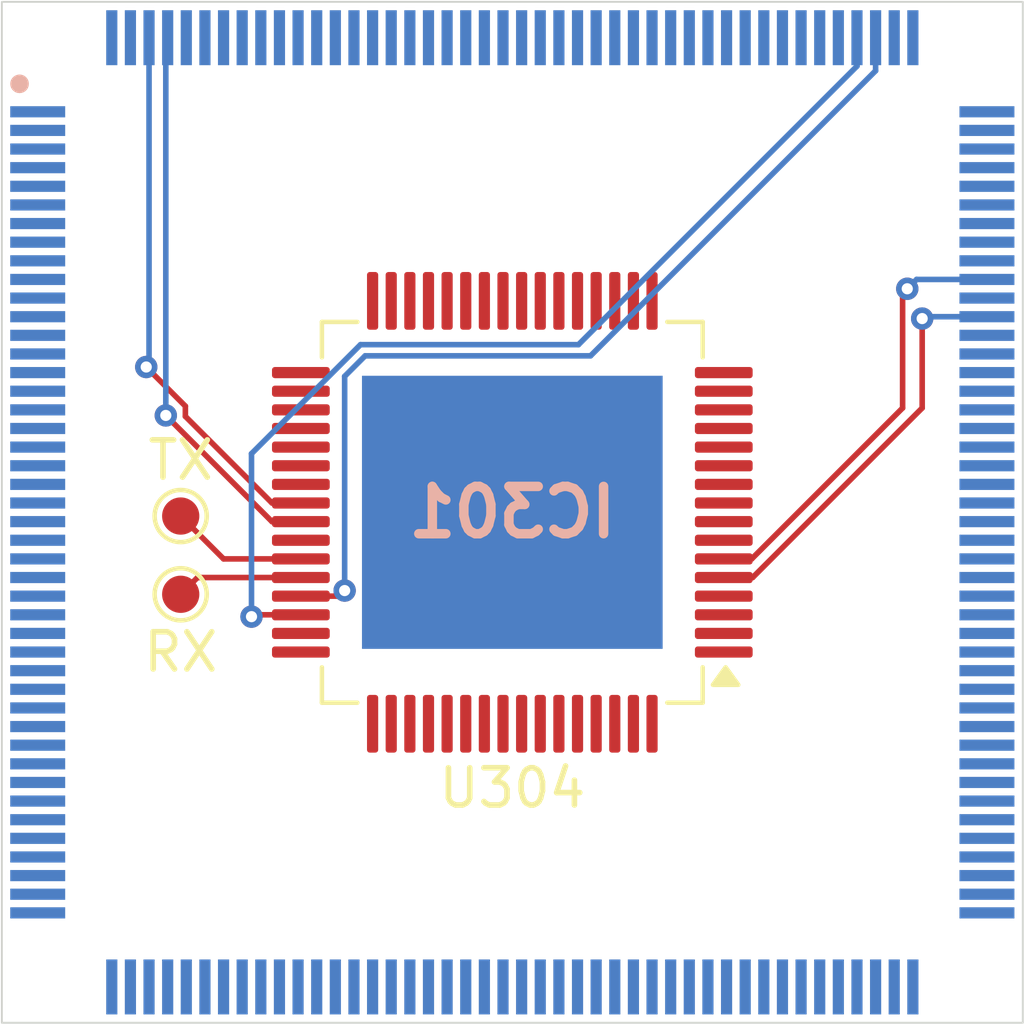
<source format=kicad_pcb>
(kicad_pcb (version 20240108) (generator "pcbnew") (generator_version "8.0")
  (layers (0 "F.Cu" signal) (31 "B.Cu" signal) (34 "B.Paste" user) (35 "F.Paste" user) (36 "B.SilkS" user "B.Silkscreen") (37 "F.SilkS" user "F.Silkscreen") (38 "B.Mask" user) (39 "F.Mask" user) (44 "Edge.Cuts" user))
  (net 0 "")
  (net 1 "GPIO26")
  (net 2 "/TMS320/1V2F")
  (net 3 "GPIO29")
  (net 4 "ADCINA5")
  (net 5 "ADCINA3")
  (net 6 "GPIO99")
  (net 7 "GPIO85")
  (net 8 "GPIO51")
  (net 9 "GPIO24")
  (net 10 "GPIO81")
  (net 11 "GPIO72")
  (net 12 "CAN_TX")
  (net 13 "+3.3VADCA")
  (net 14 "GPIO53")
  (net 15 "GPIO52")
  (net 16 "GPIO55")
  (net 17 "Net-(IC301-VREFHIB)")
  (net 18 "CAN_RX")
  (net 19 "ADCINA0")
  (net 20 "GPIO64")
  (net 21 "GPIO82")
  (net 22 "GPIO47")
  (net 23 "GPIO36")
  (net 24 "ADCIND1")
  (net 25 "GPIO40")
  (net 26 "GPIO15")
  (net 27 "GPIO14")
  (net 28 "TDO")
  (net 29 "GPIO92")
  (net 30 "GPIO63")
  (net 31 "GPIO56")
  (net 32 "ADCIND2")
  (net 33 "ADCINB1")
  (net 34 "GPIO66")
  (net 35 "GPIO87")
  (net 36 "GATE_FB")
  (net 37 "ADCINC4")
  (net 38 "GPIO42")
  (net 39 "GPIO65")
  (net 41 "GPIO69")
  (net 42 "GPIO67")
  (net 43 "ADCINA2")
  (net 44 "GATE_ENC")
  (net 45 "ADCIND4")
  (net 46 "GPIO22")
  (net 47 "TDI")
  (net 48 "GND")
  (net 49 "GPIO88")
  (net 50 "GPIO79")
  (net 51 "GPIO37")
  (net 52 "GPIO73")
  (net 53 "GPIO84")
  (net 54 "GPIO86")
  (net 55 "GPIO133")
  (net 56 "GPIO80")
  (net 57 "ADCINB0")
  (net 58 "GPIO83")
  (net 59 "GPIO33")
  (net 60 "GPIO12")
  (net 61 "GPIO11")
  (net 62 "GPIO32")
  (net 63 "GPIO35")
  (net 64 "ADCINA1")
  (net 65 "GPIO3")
  (net 66 "GPIO74")
  (net 67 "ADCINC2")
  (net 68 "GPIO57")
  (net 69 "GPIO59")
  (net 70 "GPIO30")
  (net 71 "GPIO10")
  (net 72 "GPIO77")
  (net 73 "GPIO46")
  (net 74 "ADCINB2")
  (net 75 "GPIO0")
  (net 76 "GPIO31")
  (net 77 "GPIO27")
  (net 78 "GPIO20")
  (net 79 "GPIO45")
  (net 80 "ADCINA4")
  (net 81 "GPIO28")
  (net 82 "GPIO91")
  (net 83 "/TMS320/3V3_OSC")
  (net 84 "/TMS320/3V3A")
  (net 85 "GPIO68")
  (net 86 "ADCIN15")
  (net 87 "ADCIND3")
  (net 89 "GPIO49")
  (net 90 "TCK")
  (net 91 "GPIO75")
  (net 92 "ADCINC3")
  (net 93 "GPIO25")
  (net 94 "GPIO48")
  (net 95 "GPIO17")
  (net 96 "GPIO38")
  (net 97 "GPIO18")
  (net 98 "GPIO13")
  (net 99 "GPIO44")
  (net 100 "GPIO93")
  (net 101 "TMS")
  (net 102 "GPIO9")
  (net 103 "GPIO90")
  (net 104 "GPIO89")
  (net 105 "GPIO60")
  (net 106 "GPIO61")
  (net 107 "GPIO62")
  (net 108 "GPIO19")
  (net 109 "GPIO23")
  (net 110 "GPIO43")
  (net 111 "GPIO39")
  (net 112 "GPIO21")
  (net 113 "GPIO5")
  (net 114 "GPIO34")
  (net 115 "GPIO78")
  (net 116 "GPIO54")
  (net 117 "GPIO41")
  (net 118 "GPIO4")
  (net 119 "FLTN")
  (net 120 "GPIO76")
  (net 122 "TRST")
  (net 123 "GPIO2")
  (net 124 "ADCIN14")
  (net 125 "GPIO8")
  (net 126 "GPIO50")
  (net 127 "GPIO1")
  (net 129 "ADCINB3")
  (net 130 "GPIO16")
  (net 131 "ADCIND0")
  (net 132 "GPIO58")
  (net 133 "SWD_SWCLK")
  (net 135 "COS-3V3")
  (net 136 "SIN")
  (net 138 "SIN-3V3")
  (net 139 "UART1_RX")
  (net 143 "UART1_TX")
  (net 144 "3V3_REF")
  (net 146 "SWD_SWDIO")
  (net 147 "COS")
  (net 151 "COS+3V3")
  (net 157 "SIN+3V3")
  (net 158 "3V3")
  (net 159 "OSC_A")
  (net 160 "RST")
  (net 161 "OSC_B")
  (footprint "TestPoint:TestPoint_Pad_D1.0mm" (layer "F.Cu") (at 151.1 82.2)
    (property "Reference" "TP202")
    (property "Value" "RX" (at 0 1.55 0) (layer "F.SilkS"))
    (fp_circle (center 0 0) (end 0 0.7) (stroke (width 0.12)) (fill none) (layer "F.SilkS"))
    (pad "1" smd circle (at 0 0) (size 1 1) (layers "F.Cu" "F.Mask") (net 139 "UART1_RX"))
  )
  (footprint "TestPoint:TestPoint_Pad_D1.0mm" (layer "F.Cu") (at 151.1 80.1)
    (property "Reference" "TP201")
    (property "Value" "TX" (at 0 -1.5 0) (layer "F.SilkS"))
    (fp_circle (center 0 0) (end 0 0.7) (stroke (width 0.12)) (fill none) (layer "F.SilkS"))
    (pad "1" smd circle (at 0 0) (size 1 1) (layers "F.Cu" "F.Mask") (net 143 "UART1_TX"))
  )
  (footprint "Package_QFP:LQFP-64_10x10mm_P0.5mm" (layer "F.Cu") (at 160 80 180)
    (property "Reference" "U304" (at 0 -7.4 180) (layer "F.SilkS"))
    (property "Value" "STM32G474RETx")
    (fp_line (start 5.11 5.11) (end 5.11 4.16) (stroke (width 0.12)) (layer "F.SilkS"))
    (fp_line (start 5.11 -5.11) (end 5.11 -4.16) (stroke (width 0.12)) (layer "F.SilkS"))
    (fp_line (start 4.16 5.11) (end 5.11 5.11) (stroke (width 0.12)) (layer "F.SilkS"))
    (fp_line (start 4.16 -5.11) (end 5.11 -5.11) (stroke (width 0.12)) (layer "F.SilkS"))
    (fp_line (start -4.16 5.11) (end -5.11 5.11) (stroke (width 0.12)) (layer "F.SilkS"))
    (fp_line (start -4.16 -5.11) (end -5.11 -5.11) (stroke (width 0.12)) (layer "F.SilkS"))
    (fp_line (start -5.11 5.11) (end -5.11 4.16) (stroke (width 0.12)) (layer "F.SilkS"))
    (fp_line (start -5.11 -5.11) (end -5.11 -4.16) (stroke (width 0.12)) (layer "F.SilkS"))
    (fp_poly (pts (xy -5.725 -4.16) (xy -6.065 -4.63) (xy -5.385 -4.63) (xy -5.725 -4.16)) (stroke (width 0.12)) (fill solid) (layer "F.SilkS"))
    (pad "1" smd roundrect (at -5.675 -3.75 180) (size 1.55 0.3) (layers "F.Cu" "F.Paste" "F.Mask") (net 158 "3V3"))
    (pad "2" smd roundrect (at -5.675 -3.25 180) (size 1.55 0.3) (layers "F.Cu" "F.Paste" "F.Mask"))
    (pad "3" smd roundrect (at -5.675 -2.75 180) (size 1.55 0.3) (layers "F.Cu" "F.Paste" "F.Mask"))
    (pad "4" smd roundrect (at -5.675 -2.25 180) (size 1.55 0.3) (layers "F.Cu" "F.Paste" "F.Mask"))
    (pad "5" smd roundrect (at -5.675 -1.75 180) (size 1.55 0.3) (layers "F.Cu" "F.Paste" "F.Mask") (net 159 "OSC_A"))
    (pad "6" smd roundrect (at -5.675 -1.25 180) (size 1.55 0.3) (layers "F.Cu" "F.Paste" "F.Mask") (net 161 "OSC_B"))
    (pad "7" smd roundrect (at -5.675 -0.75 180) (size 1.55 0.3) (layers "F.Cu" "F.Paste" "F.Mask"))
    (pad "8" smd roundrect (at -5.675 -0.25 180) (size 1.55 0.3) (layers "F.Cu" "F.Paste" "F.Mask") (net 157 "SIN+3V3"))
    (pad "9" smd roundrect (at -5.675 0.25 180) (size 1.55 0.3) (layers "F.Cu" "F.Paste" "F.Mask") (net 138 "SIN-3V3"))
    (pad "10" smd roundrect (at -5.675 0.75 180) (size 1.55 0.3) (layers "F.Cu" "F.Paste" "F.Mask") (net 151 "COS+3V3"))
    (pad "11" smd roundrect (at -5.675 1.25 180) (size 1.55 0.3) (layers "F.Cu" "F.Paste" "F.Mask") (net 135 "COS-3V3"))
    (pad "12" smd roundrect (at -5.675 1.75 180) (size 1.55 0.3) (layers "F.Cu" "F.Paste" "F.Mask") (net 136 "SIN"))
    (pad "13" smd roundrect (at -5.675 2.25 180) (size 1.55 0.3) (layers "F.Cu" "F.Paste" "F.Mask") (net 147 "COS"))
    (pad "14" smd roundrect (at -5.675 2.75 180) (size 1.55 0.3) (layers "F.Cu" "F.Paste" "F.Mask") (net 19 "ADCINA0"))
    (pad "15" smd roundrect (at -5.675 3.25 180) (size 1.55 0.3) (layers "F.Cu" "F.Paste" "F.Mask") (net 48 "GND"))
    (pad "16" smd roundrect (at -5.675 3.75 180) (size 1.55 0.3) (layers "F.Cu" "F.Paste" "F.Mask") (net 158 "3V3"))
    (pad "17" smd roundrect (at -3.75 5.675 180) (size 0.3 1.55) (layers "F.Cu" "F.Paste" "F.Mask") (net 64 "ADCINA1"))
    (pad "18" smd roundrect (at -3.25 5.675 180) (size 0.3 1.55) (layers "F.Cu" "F.Paste" "F.Mask"))
    (pad "19" smd roundrect (at -2.75 5.675 180) (size 0.3 1.55) (layers "F.Cu" "F.Paste" "F.Mask") (net 86 "ADCIN15"))
    (pad "20" smd roundrect (at -2.25 5.675 180) (size 0.3 1.55) (layers "F.Cu" "F.Paste" "F.Mask") (net 80 "ADCINA4"))
    (pad "21" smd roundrect (at -1.75 5.675 180) (size 0.3 1.55) (layers "F.Cu" "F.Paste" "F.Mask") (net 4 "ADCINA5"))
    (pad "22" smd roundrect (at -1.25 5.675 180) (size 0.3 1.55) (layers "F.Cu" "F.Paste" "F.Mask") (net 32 "ADCIND2"))
    (pad "23" smd roundrect (at -0.75 5.675 180) (size 0.3 1.55) (layers "F.Cu" "F.Paste" "F.Mask") (net 87 "ADCIND3"))
    (pad "24" smd roundrect (at -0.25 5.675 180) (size 0.3 1.55) (layers "F.Cu" "F.Paste" "F.Mask"))
    (pad "25" smd roundrect (at 0.25 5.675 180) (size 0.3 1.55) (layers "F.Cu" "F.Paste" "F.Mask"))
    (pad "26" smd roundrect (at 0.75 5.675 180) (size 0.3 1.55) (layers "F.Cu" "F.Paste" "F.Mask") (net 124 "ADCIN14"))
    (pad "27" smd roundrect (at 1.25 5.675 180) (size 0.3 1.55) (layers "F.Cu" "F.Paste" "F.Mask") (net 48 "GND"))
    (pad "28" smd roundrect (at 1.75 5.675 180) (size 0.3 1.55) (layers "F.Cu" "F.Paste" "F.Mask") (net 144 "3V3_REF"))
    (pad "29" smd roundrect (at 2.25 5.675 180) (size 0.3 1.55) (layers "F.Cu" "F.Paste" "F.Mask") (net 158 "3V3"))
    (pad "30" smd roundrect (at 2.75 5.675 180) (size 0.3 1.55) (layers "F.Cu" "F.Paste" "F.Mask"))
    (pad "31" smd roundrect (at 3.25 5.675 180) (size 0.3 1.55) (layers "F.Cu" "F.Paste" "F.Mask") (net 48 "GND"))
    (pad "32" smd roundrect (at 3.75 5.675 180) (size 0.3 1.55) (layers "F.Cu" "F.Paste" "F.Mask") (net 158 "3V3"))
    (pad "33" smd roundrect (at 5.675 3.75 180) (size 1.55 0.3) (layers "F.Cu" "F.Paste" "F.Mask") (net 131 "ADCIND0"))
    (pad "34" smd roundrect (at 5.675 3.25 180) (size 1.55 0.3) (layers "F.Cu" "F.Paste" "F.Mask") (net 43 "ADCINA2"))
    (pad "35" smd roundrect (at 5.675 2.75 180) (size 1.55 0.3) (layers "F.Cu" "F.Paste" "F.Mask"))
    (pad "36" smd roundrect (at 5.675 2.25 180) (size 1.55 0.3) (layers "F.Cu" "F.Paste" "F.Mask") (net 5 "ADCINA3"))
    (pad "37" smd roundrect (at 5.675 1.75 180) (size 1.55 0.3) (layers "F.Cu" "F.Paste" "F.Mask") (net 24 "ADCIND1"))
    (pad "38" smd roundrect (at 5.675 1.25 180) (size 1.55 0.3) (layers "F.Cu" "F.Paste" "F.Mask"))
    (pad "39" smd roundrect (at 5.675 0.75 180) (size 1.55 0.3) (layers "F.Cu" "F.Paste" "F.Mask"))
    (pad "40" smd roundrect (at 5.675 0.25 180) (size 1.55 0.3) (layers "F.Cu" "F.Paste" "F.Mask") (net 29 "GPIO92"))
    (pad "41" smd roundrect (at 5.675 -0.25 180) (size 1.55 0.3) (layers "F.Cu" "F.Paste" "F.Mask") (net 82 "GPIO91"))
    (pad "42" smd roundrect (at 5.675 -0.75 180) (size 1.55 0.3) (layers "F.Cu" "F.Paste" "F.Mask"))
    (pad "43" smd roundrect (at 5.675 -1.25 180) (size 1.55 0.3) (layers "F.Cu" "F.Paste" "F.Mask") (net 143 "UART1_TX"))
    (pad "44" smd roundrect (at 5.675 -1.75 180) (size 1.55 0.3) (layers "F.Cu" "F.Paste" "F.Mask") (net 139 "UART1_RX"))
    (pad "45" smd roundrect (at 5.675 -2.25 180) (size 1.55 0.3) (layers "F.Cu" "F.Paste" "F.Mask") (net 18 "CAN_RX"))
    (pad "46" smd roundrect (at 5.675 -2.75 180) (size 1.55 0.3) (layers "F.Cu" "F.Paste" "F.Mask") (net 12 "CAN_TX"))
    (pad "47" smd roundrect (at 5.675 -3.25 180) (size 1.55 0.3) (layers "F.Cu" "F.Paste" "F.Mask") (net 48 "GND"))
    (pad "48" smd roundrect (at 5.675 -3.75 180) (size 1.55 0.3) (layers "F.Cu" "F.Paste" "F.Mask") (net 158 "3V3"))
    (pad "49" smd roundrect (at 3.75 -5.675 180) (size 0.3 1.55) (layers "F.Cu" "F.Paste" "F.Mask") (net 146 "SWD_SWDIO"))
    (pad "50" smd roundrect (at 3.25 -5.675 180) (size 0.3 1.55) (layers "F.Cu" "F.Paste" "F.Mask") (net 133 "SWD_SWCLK"))
    (pad "51" smd roundrect (at 2.75 -5.675 180) (size 0.3 1.55) (layers "F.Cu" "F.Paste" "F.Mask") (net 100 "GPIO93"))
    (pad "52" smd roundrect (at 2.25 -5.675 180) (size 0.3 1.55) (layers "F.Cu" "F.Paste" "F.Mask") (net 119 "FLTN"))
    (pad "53" smd roundrect (at 1.75 -5.675 180) (size 0.3 1.55) (layers "F.Cu" "F.Paste" "F.Mask") (net 36 "GATE_FB"))
    (pad "54" smd roundrect (at 1.25 -5.675 180) (size 0.3 1.55) (layers "F.Cu" "F.Paste" "F.Mask") (net 44 "GATE_ENC"))
    (pad "55" smd roundrect (at 0.75 -5.675 180) (size 0.3 1.55) (layers "F.Cu" "F.Paste" "F.Mask"))
    (pad "56" smd roundrect (at 0.25 -5.675 180) (size 0.3 1.55) (layers "F.Cu" "F.Paste" "F.Mask") (net 127 "GPIO1"))
    (pad "57" smd roundrect (at -0.25 -5.675 180) (size 0.3 1.55) (layers "F.Cu" "F.Paste" "F.Mask") (net 65 "GPIO3"))
    (pad "58" smd roundrect (at -0.75 -5.675 180) (size 0.3 1.55) (layers "F.Cu" "F.Paste" "F.Mask") (net 113 "GPIO5"))
    (pad "59" smd roundrect (at -1.25 -5.675 180) (size 0.3 1.55) (layers "F.Cu" "F.Paste" "F.Mask") (net 75 "GPIO0"))
    (pad "60" smd roundrect (at -1.75 -5.675 180) (size 0.3 1.55) (layers "F.Cu" "F.Paste" "F.Mask"))
    (pad "61" smd roundrect (at -2.25 -5.675 180) (size 0.3 1.55) (layers "F.Cu" "F.Paste" "F.Mask") (net 123 "GPIO2"))
    (pad "62" smd roundrect (at -2.75 -5.675 180) (size 0.3 1.55) (layers "F.Cu" "F.Paste" "F.Mask") (net 118 "GPIO4"))
    (pad "63" smd roundrect (at -3.25 -5.675 180) (size 0.3 1.55) (layers "F.Cu" "F.Paste" "F.Mask") (net 48 "GND"))
    (pad "64" smd roundrect (at -3.75 -5.675 180) (size 0.3 1.55) (layers "F.Cu" "F.Paste" "F.Mask") (net 158 "3V3"))
  )
  (footprint "Samacsys:QFP50P2600X2600X160-177N" (layer "B.Cu") (at 160 80 180)
    (property "Reference" "IC301" (at 0 0 180) (layer "B.SilkS") (effects (font (size 1.27 1.27) (thickness 0.254)) (justify mirror)))
    (property "Value" "TMS320F28379SPTPT" (hide yes))
    (fp_circle (center 13.225 11.5) (end 13.225 11.375) (stroke (width 0.25)) (fill none) (layer "B.SilkS"))
    (pad "1" smd rect (at 12.738 10.75 270) (size 0.3 1.475) (layers "B.Cu" "B.Paste" "B.Mask") (net 71 "GPIO10"))
    (pad "2" smd rect (at 12.738 10.25 270) (size 0.3 1.475) (layers "B.Cu" "B.Paste" "B.Mask") (net 61 "GPIO11"))
    (pad "3" smd rect (at 12.738 9.75 270) (size 0.3 1.475) (layers "B.Cu" "B.Paste" "B.Mask") (net 158 "3V3"))
    (pad "4" smd rect (at 12.738 9.25 270) (size 0.3 1.475) (layers "B.Cu" "B.Paste" "B.Mask") (net 60 "GPIO12"))
    (pad "5" smd rect (at 12.738 8.75 270) (size 0.3 1.475) (layers "B.Cu" "B.Paste" "B.Mask") (net 98 "GPIO13"))
    (pad "6" smd rect (at 12.738 8.25 270) (size 0.3 1.475) (layers "B.Cu" "B.Paste" "B.Mask") (net 27 "GPIO14"))
    (pad "7" smd rect (at 12.738 7.75 270) (size 0.3 1.475) (layers "B.Cu" "B.Paste" "B.Mask") (net 26 "GPIO15"))
    (pad "8" smd rect (at 12.738 7.25 270) (size 0.3 1.475) (layers "B.Cu" "B.Paste" "B.Mask") (net 130 "GPIO16"))
    (pad "9" smd rect (at 12.738 6.75 270) (size 0.3 1.475) (layers "B.Cu" "B.Paste" "B.Mask") (net 95 "GPIO17"))
    (pad "10" smd rect (at 12.738 6.25 270) (size 0.3 1.475) (layers "B.Cu" "B.Paste" "B.Mask") (net 97 "GPIO18"))
    (pad "11" smd rect (at 12.738 5.75 270) (size 0.3 1.475) (layers "B.Cu" "B.Paste" "B.Mask") (net 158 "3V3"))
    (pad "12" smd rect (at 12.738 5.25 270) (size 0.3 1.475) (layers "B.Cu" "B.Paste" "B.Mask") (net 108 "GPIO19"))
    (pad "13" smd rect (at 12.738 4.75 270) (size 0.3 1.475) (layers "B.Cu" "B.Paste" "B.Mask") (net 78 "GPIO20"))
    (pad "14" smd rect (at 12.738 4.25 270) (size 0.3 1.475) (layers "B.Cu" "B.Paste" "B.Mask") (net 112 "GPIO21"))
    (pad "15" smd rect (at 12.738 3.75 270) (size 0.3 1.475) (layers "B.Cu" "B.Paste" "B.Mask") (net 158 "3V3"))
    (pad "16" smd rect (at 12.738 3.25 270) (size 0.3 1.475) (layers "B.Cu" "B.Paste" "B.Mask") (net 2 "/TMS320/1V2F"))
    (pad "17" smd rect (at 12.738 2.75 270) (size 0.3 1.475) (layers "B.Cu" "B.Paste" "B.Mask") (net 6 "GPIO99"))
    (pad "18" smd rect (at 12.738 2.25 270) (size 0.3 1.475) (layers "B.Cu" "B.Paste" "B.Mask") (net 125 "GPIO8"))
    (pad "19" smd rect (at 12.738 1.75 270) (size 0.3 1.475) (layers "B.Cu" "B.Paste" "B.Mask") (net 102 "GPIO9"))
    (pad "20" smd rect (at 12.738 1.25 270) (size 0.3 1.475) (layers "B.Cu" "B.Paste" "B.Mask") (net 158 "3V3"))
    (pad "21" smd rect (at 12.738 0.75 270) (size 0.3 1.475) (layers "B.Cu" "B.Paste" "B.Mask") (net 2 "/TMS320/1V2F"))
    (pad "22" smd rect (at 12.738 0.25 270) (size 0.3 1.475) (layers "B.Cu" "B.Paste" "B.Mask") (net 46 "GPIO22"))
    (pad "23" smd rect (at 12.738 -0.25 270) (size 0.3 1.475) (layers "B.Cu" "B.Paste" "B.Mask") (net 109 "GPIO23"))
    (pad "24" smd rect (at 12.738 -0.75 270) (size 0.3 1.475) (layers "B.Cu" "B.Paste" "B.Mask") (net 9 "GPIO24"))
    (pad "25" smd rect (at 12.738 -1.25 270) (size 0.3 1.475) (layers "B.Cu" "B.Paste" "B.Mask") (net 93 "GPIO25"))
    (pad "26" smd rect (at 12.738 -1.75 270) (size 0.3 1.475) (layers "B.Cu" "B.Paste" "B.Mask") (net 158 "3V3"))
    (pad "27" smd rect (at 12.738 -2.25 270) (size 0.3 1.475) (layers "B.Cu" "B.Paste" "B.Mask") (net 1 "GPIO26"))
    (pad "28" smd rect (at 12.738 -2.75 270) (size 0.3 1.475) (layers "B.Cu" "B.Paste" "B.Mask") (net 77 "GPIO27"))
    (pad "29" smd rect (at 12.738 -3.25 270) (size 0.3 1.475) (layers "B.Cu" "B.Paste" "B.Mask") (net 37 "ADCINC4"))
    (pad "30" smd rect (at 12.738 -3.75 270) (size 0.3 1.475) (layers "B.Cu" "B.Paste" "B.Mask") (net 92 "ADCINC3"))
    (pad "31" smd rect (at 12.738 -4.25 270) (size 0.3 1.475) (layers "B.Cu" "B.Paste" "B.Mask") (net 67 "ADCINC2"))
    (pad "32" smd rect (at 12.738 -4.75 270) (size 0.3 1.475) (layers "B.Cu" "B.Paste" "B.Mask") (net 48 "GND"))
    (pad "33" smd rect (at 12.738 -5.25 270) (size 0.3 1.475) (layers "B.Cu" "B.Paste" "B.Mask") (net 48 "GND"))
    (pad "34" smd rect (at 12.738 -5.75 270) (size 0.3 1.475) (layers "B.Cu" "B.Paste" "B.Mask") (net 48 "GND"))
    (pad "35" smd rect (at 12.738 -6.25 270) (size 0.3 1.475) (layers "B.Cu" "B.Paste" "B.Mask") (net 13 "+3.3VADCA"))
    (pad "36" smd rect (at 12.738 -6.75 270) (size 0.3 1.475) (layers "B.Cu" "B.Paste" "B.Mask") (net 84 "/TMS320/3V3A"))
    (pad "37" smd rect (at 12.738 -7.25 270) (size 0.3 1.475) (layers "B.Cu" "B.Paste" "B.Mask") (net 13 "+3.3VADCA"))
    (pad "38" smd rect (at 12.738 -7.75 270) (size 0.3 1.475) (layers "B.Cu" "B.Paste" "B.Mask") (net 4 "ADCINA5"))
    (pad "39" smd rect (at 12.738 -8.25 270) (size 0.3 1.475) (layers "B.Cu" "B.Paste" "B.Mask") (net 80 "ADCINA4"))
    (pad "40" smd rect (at 12.738 -8.75 270) (size 0.3 1.475) (layers "B.Cu" "B.Paste" "B.Mask") (net 5 "ADCINA3"))
    (pad "41" smd rect (at 12.738 -9.25 270) (size 0.3 1.475) (layers "B.Cu" "B.Paste" "B.Mask") (net 43 "ADCINA2"))
    (pad "42" smd rect (at 12.738 -9.75 270) (size 0.3 1.475) (layers "B.Cu" "B.Paste" "B.Mask") (net 64 "ADCINA1"))
    (pad "43" smd rect (at 12.738 -10.25 270) (size 0.3 1.475) (layers "B.Cu" "B.Paste" "B.Mask") (net 19 "ADCINA0"))
    (pad "44" smd rect (at 12.738 -10.75 270) (size 0.3 1.475) (layers "B.Cu" "B.Paste" "B.Mask") (net 124 "ADCIN14"))
    (pad "45" smd rect (at 10.75 -12.738 180) (size 0.3 1.475) (layers "B.Cu" "B.Paste" "B.Mask") (net 86 "ADCIN15"))
    (pad "46" smd rect (at 10.25 -12.738 180) (size 0.3 1.475) (layers "B.Cu" "B.Paste" "B.Mask") (net 57 "ADCINB0"))
    (pad "47" smd rect (at 9.75 -12.738 180) (size 0.3 1.475) (layers "B.Cu" "B.Paste" "B.Mask") (net 33 "ADCINB1"))
    (pad "48" smd rect (at 9.25 -12.738 180) (size 0.3 1.475) (layers "B.Cu" "B.Paste" "B.Mask") (net 74 "ADCINB2"))
    (pad "49" smd rect (at 8.75 -12.738 180) (size 0.3 1.475) (layers "B.Cu" "B.Paste" "B.Mask") (net 129 "ADCINB3"))
    (pad "50" smd rect (at 8.25 -12.738 180) (size 0.3 1.475) (layers "B.Cu" "B.Paste" "B.Mask") (net 48 "GND"))
    (pad "51" smd rect (at 7.75 -12.738 180) (size 0.3 1.475) (layers "B.Cu" "B.Paste" "B.Mask") (net 48 "GND"))
    (pad "52" smd rect (at 7.25 -12.738 180) (size 0.3 1.475) (layers "B.Cu" "B.Paste" "B.Mask") (net 48 "GND"))
    (pad "53" smd rect (at 6.75 -12.738 180) (size 0.3 1.475) (layers "B.Cu" "B.Paste" "B.Mask") (net 17 "Net-(IC301-VREFHIB)"))
    (pad "54" smd rect (at 6.25 -12.738 180) (size 0.3 1.475) (layers "B.Cu" "B.Paste" "B.Mask") (net 84 "/TMS320/3V3A"))
    (pad "55" smd rect (at 5.75 -12.738 180) (size 0.3 1.475) (layers "B.Cu" "B.Paste" "B.Mask") (net 17 "Net-(IC301-VREFHIB)"))
    (pad "56" smd rect (at 5.25 -12.738 180) (size 0.3 1.475) (layers "B.Cu" "B.Paste" "B.Mask") (net 131 "ADCIND0"))
    (pad "57" smd rect (at 4.75 -12.738 180) (size 0.3 1.475) (layers "B.Cu" "B.Paste" "B.Mask") (net 24 "ADCIND1"))
    (pad "58" smd rect (at 4.25 -12.738 180) (size 0.3 1.475) (layers "B.Cu" "B.Paste" "B.Mask") (net 32 "ADCIND2"))
    (pad "59" smd rect (at 3.75 -12.738 180) (size 0.3 1.475) (layers "B.Cu" "B.Paste" "B.Mask") (net 87 "ADCIND3"))
    (pad "60" smd rect (at 3.25 -12.738 180) (size 0.3 1.475) (layers "B.Cu" "B.Paste" "B.Mask") (net 45 "ADCIND4"))
    (pad "61" smd rect (at 2.75 -12.738 180) (size 0.3 1.475) (layers "B.Cu" "B.Paste" "B.Mask") (net 2 "/TMS320/1V2F"))
    (pad "62" smd rect (at 2.25 -12.738 180) (size 0.3 1.475) (layers "B.Cu" "B.Paste" "B.Mask") (net 158 "3V3"))
    (pad "63" smd rect (at 1.75 -12.738 180) (size 0.3 1.475) (layers "B.Cu" "B.Paste" "B.Mask") (net 70 "GPIO30"))
    (pad "64" smd rect (at 1.25 -12.738 180) (size 0.3 1.475) (layers "B.Cu" "B.Paste" "B.Mask") (net 81 "GPIO28"))
    (pad "65" smd rect (at 0.75 -12.738 180) (size 0.3 1.475) (layers "B.Cu" "B.Paste" "B.Mask") (net 3 "GPIO29"))
    (pad "66" smd rect (at 0.25 -12.738 180) (size 0.3 1.475) (layers "B.Cu" "B.Paste" "B.Mask") (net 76 "GPIO31"))
    (pad "67" smd rect (at -0.25 -12.738 180) (size 0.3 1.475) (layers "B.Cu" "B.Paste" "B.Mask") (net 62 "GPIO32"))
    (pad "68" smd rect (at -0.75 -12.738 180) (size 0.3 1.475) (layers "B.Cu" "B.Paste" "B.Mask") (net 158 "3V3"))
    (pad "69" smd rect (at -1.25 -12.738 180) (size 0.3 1.475) (layers "B.Cu" "B.Paste" "B.Mask") (net 59 "GPIO33"))
    (pad "70" smd rect (at -1.75 -12.738 180) (size 0.3 1.475) (layers "B.Cu" "B.Paste" "B.Mask") (net 114 "GPIO34"))
    (pad "71" smd rect (at -2.25 -12.738 180) (size 0.3 1.475) (layers "B.Cu" "B.Paste" "B.Mask") (net 63 "GPIO35"))
    (pad "72" smd rect (at -2.75 -12.738 180) (size 0.3 1.475) (layers "B.Cu" "B.Paste" "B.Mask") (net 158 "3V3"))
    (pad "73" smd rect (at -3.25 -12.738 180) (size 0.3 1.475) (layers "B.Cu" "B.Paste" "B.Mask"))
    (pad "74" smd rect (at -3.75 -12.738 180) (size 0.3 1.475) (layers "B.Cu" "B.Paste" "B.Mask"))
    (pad "75" smd rect (at -4.25 -12.738 180) (size 0.3 1.475) (layers "B.Cu" "B.Paste" "B.Mask") (net 158 "3V3"))
    (pad "76" smd rect (at -4.75 -12.738 180) (size 0.3 1.475) (layers "B.Cu" "B.Paste" "B.Mask") (net 2 "/TMS320/1V2F"))
    (pad "77" smd rect (at -5.25 -12.738 180) (size 0.3 1.475) (layers "B.Cu" "B.Paste" "B.Mask") (net 47 "TDI"))
    (pad "78" smd rect (at -5.75 -12.738 180) (size 0.3 1.475) (layers "B.Cu" "B.Paste" "B.Mask") (net 28 "TDO"))
    (pad "79" smd rect (at -6.25 -12.738 180) (size 0.3 1.475) (layers "B.Cu" "B.Paste" "B.Mask") (net 122 "TRST"))
    (pad "80" smd rect (at -6.75 -12.738 180) (size 0.3 1.475) (layers "B.Cu" "B.Paste" "B.Mask") (net 101 "TMS"))
    (pad "81" smd rect (at -7.25 -12.738 180) (size 0.3 1.475) (layers "B.Cu" "B.Paste" "B.Mask") (net 90 "TCK"))
    (pad "82" smd rect (at -7.75 -12.738 180) (size 0.3 1.475) (layers "B.Cu" "B.Paste" "B.Mask") (net 158 "3V3"))
    (pad "83" smd rect (at -8.25 -12.738 180) (size 0.3 1.475) (layers "B.Cu" "B.Paste" "B.Mask") (net 23 "GPIO36"))
    (pad "84" smd rect (at -8.75 -12.738 180) (size 0.3 1.475) (layers "B.Cu" "B.Paste" "B.Mask") (net 51 "GPIO37"))
    (pad "85" smd rect (at -9.25 -12.738 180) (size 0.3 1.475) (layers "B.Cu" "B.Paste" "B.Mask") (net 96 "GPIO38"))
    (pad "86" smd rect (at -9.75 -12.738 180) (size 0.3 1.475) (layers "B.Cu" "B.Paste" "B.Mask") (net 111 "GPIO39"))
    (pad "87" smd rect (at -10.25 -12.738 180) (size 0.3 1.475) (layers "B.Cu" "B.Paste" "B.Mask") (net 25 "GPIO40"))
    (pad "88" smd rect (at -10.75 -12.738 180) (size 0.3 1.475) (layers "B.Cu" "B.Paste" "B.Mask") (net 158 "3V3"))
    (pad "89" smd rect (at -12.738 -10.75 270) (size 0.3 1.475) (layers "B.Cu" "B.Paste" "B.Mask") (net 117 "GPIO41"))
    (pad "90" smd rect (at -12.738 -10.25 270) (size 0.3 1.475) (layers "B.Cu" "B.Paste" "B.Mask") (net 94 "GPIO48"))
    (pad "91" smd rect (at -12.738 -9.75 270) (size 0.3 1.475) (layers "B.Cu" "B.Paste" "B.Mask") (net 158 "3V3"))
    (pad "92" smd rect (at -12.738 -9.25 270) (size 0.3 1.475) (layers "B.Cu" "B.Paste" "B.Mask"))
    (pad "93" smd rect (at -12.738 -8.75 270) (size 0.3 1.475) (layers "B.Cu" "B.Paste" "B.Mask") (net 89 "GPIO49"))
    (pad "94" smd rect (at -12.738 -8.25 270) (size 0.3 1.475) (layers "B.Cu" "B.Paste" "B.Mask") (net 126 "GPIO50"))
    (pad "95" smd rect (at -12.738 -7.75 270) (size 0.3 1.475) (layers "B.Cu" "B.Paste" "B.Mask") (net 8 "GPIO51"))
    (pad "96" smd rect (at -12.738 -7.25 270) (size 0.3 1.475) (layers "B.Cu" "B.Paste" "B.Mask") (net 15 "GPIO52"))
    (pad "97" smd rect (at -12.738 -6.75 270) (size 0.3 1.475) (layers "B.Cu" "B.Paste" "B.Mask") (net 14 "GPIO53"))
    (pad "98" smd rect (at -12.738 -6.25 270) (size 0.3 1.475) (layers "B.Cu" "B.Paste" "B.Mask") (net 116 "GPIO54"))
    (pad "99" smd rect (at -12.738 -5.75 270) (size 0.3 1.475) (layers "B.Cu" "B.Paste" "B.Mask") (net 158 "3V3"))
    (pad "100" smd rect (at -12.738 -5.25 270) (size 0.3 1.475) (layers "B.Cu" "B.Paste" "B.Mask") (net 16 "GPIO55"))
    (pad "101" smd rect (at -12.738 -4.75 270) (size 0.3 1.475) (layers "B.Cu" "B.Paste" "B.Mask") (net 31 "GPIO56"))
    (pad "102" smd rect (at -12.738 -4.25 270) (size 0.3 1.475) (layers "B.Cu" "B.Paste" "B.Mask") (net 68 "GPIO57"))
    (pad "103" smd rect (at -12.738 -3.75 270) (size 0.3 1.475) (layers "B.Cu" "B.Paste" "B.Mask") (net 132 "GPIO58"))
    (pad "104" smd rect (at -12.738 -3.25 270) (size 0.3 1.475) (layers "B.Cu" "B.Paste" "B.Mask") (net 69 "GPIO59"))
    (pad "105" smd rect (at -12.738 -2.75 270) (size 0.3 1.475) (layers "B.Cu" "B.Paste" "B.Mask") (net 105 "GPIO60"))
    (pad "106" smd rect (at -12.738 -2.25 270) (size 0.3 1.475) (layers "B.Cu" "B.Paste" "B.Mask") (net 158 "3V3"))
    (pad "107" smd rect (at -12.738 -1.75 270) (size 0.3 1.475) (layers "B.Cu" "B.Paste" "B.Mask") (net 106 "GPIO61"))
    (pad "108" smd rect (at -12.738 -1.25 270) (size 0.3 1.475) (layers "B.Cu" "B.Paste" "B.Mask") (net 107 "GPIO62"))
    (pad "109" smd rect (at -12.738 -0.75 270) (size 0.3 1.475) (layers "B.Cu" "B.Paste" "B.Mask") (net 30 "GPIO63"))
    (pad "110" smd rect (at -12.738 -0.25 270) (size 0.3 1.475) (layers "B.Cu" "B.Paste" "B.Mask") (net 20 "GPIO64"))
    (pad "111" smd rect (at -12.738 0.25 270) (size 0.3 1.475) (layers "B.Cu" "B.Paste" "B.Mask") (net 39 "GPIO65"))
    (pad "112" smd rect (at -12.738 0.75 270) (size 0.3 1.475) (layers "B.Cu" "B.Paste" "B.Mask") (net 34 "GPIO66"))
    (pad "113" smd rect (at -12.738 1.25 270) (size 0.3 1.475) (layers "B.Cu" "B.Paste" "B.Mask") (net 99 "GPIO44"))
    (pad "114" smd rect (at -12.738 1.75 270) (size 0.3 1.475) (layers "B.Cu" "B.Paste" "B.Mask") (net 158 "3V3"))
    (pad "115" smd rect (at -12.738 2.25 270) (size 0.3 1.475) (layers "B.Cu" "B.Paste" "B.Mask") (net 79 "GPIO45"))
    (pad "116" smd rect (at -12.738 2.75 270) (size 0.3 1.475) (layers "B.Cu" "B.Paste" "B.Mask") (net 158 "3V3"))
    (pad "117" smd rect (at -12.738 3.25 270) (size 0.3 1.475) (layers "B.Cu" "B.Paste" "B.Mask") (net 2 "/TMS320/1V2F"))
    (pad "118" smd rect (at -12.738 3.75 270) (size 0.3 1.475) (layers "B.Cu" "B.Paste" "B.Mask") (net 55 "GPIO133"))
    (pad "119" smd rect (at -12.738 4.25 270) (size 0.3 1.475) (layers "B.Cu" "B.Paste" "B.Mask") (net 158 "3V3"))
    (pad "120" smd rect (at -12.738 4.75 270) (size 0.3 1.475) (layers "B.Cu" "B.Paste" "B.Mask") (net 83 "/TMS320/3V3_OSC"))
    (pad "121" smd rect (at -12.738 5.25 270) (size 0.3 1.475) (layers "B.Cu" "B.Paste" "B.Mask") (net 159 "OSC_A"))
    (pad "122" smd rect (at -12.738 5.75 270) (size 0.3 1.475) (layers "B.Cu" "B.Paste" "B.Mask"))
    (pad "123" smd rect (at -12.738 6.25 270) (size 0.3 1.475) (layers "B.Cu" "B.Paste" "B.Mask") (net 161 "OSC_B"))
    (pad "124" smd rect (at -12.738 6.75 270) (size 0.3 1.475) (layers "B.Cu" "B.Paste" "B.Mask") (net 160 "RST"))
    (pad "125" smd rect (at -12.738 7.25 270) (size 0.3 1.475) (layers "B.Cu" "B.Paste" "B.Mask") (net 83 "/TMS320/3V3_OSC"))
    (pad "126" smd rect (at -12.738 7.75 270) (size 0.3 1.475) (layers "B.Cu" "B.Paste" "B.Mask") (net 2 "/TMS320/1V2F"))
    (pad "127" smd rect (at -12.738 8.25 270) (size 0.3 1.475) (layers "B.Cu" "B.Paste" "B.Mask") (net 158 "3V3"))
    (pad "128" smd rect (at -12.738 8.75 270) (size 0.3 1.475) (layers "B.Cu" "B.Paste" "B.Mask") (net 73 "GPIO46"))
    (pad "129" smd rect (at -12.738 9.25 270) (size 0.3 1.475) (layers "B.Cu" "B.Paste" "B.Mask") (net 22 "GPIO47"))
    (pad "130" smd rect (at -12.738 9.75 270) (size 0.3 1.475) (layers "B.Cu" "B.Paste" "B.Mask") (net 38 "GPIO42"))
    (pad "131" smd rect (at -12.738 10.25 270) (size 0.3 1.475) (layers "B.Cu" "B.Paste" "B.Mask") (net 110 "GPIO43"))
    (pad "132" smd rect (at -12.738 10.75 270) (size 0.3 1.475) (layers "B.Cu" "B.Paste" "B.Mask") (net 42 "GPIO67"))
    (pad "133" smd rect (at -10.75 12.738 180) (size 0.3 1.475) (layers "B.Cu" "B.Paste" "B.Mask") (net 85 "GPIO68"))
    (pad "134" smd rect (at -10.25 12.738 180) (size 0.3 1.475) (layers "B.Cu" "B.Paste" "B.Mask") (net 41 "GPIO69"))
    (pad "135" smd rect (at -9.75 12.738 180) (size 0.3 1.475) (layers "B.Cu" "B.Paste" "B.Mask") (net 18 "CAN_RX"))
    (pad "136" smd rect (at -9.25 12.738 180) (size 0.3 1.475) (layers "B.Cu" "B.Paste" "B.Mask") (net 12 "CAN_TX"))
    (pad "137" smd rect (at -8.75 12.738 180) (size 0.3 1.475) (layers "B.Cu" "B.Paste" "B.Mask") (net 2 "/TMS320/1V2F"))
    (pad "138" smd rect (at -8.25 12.738 180) (size 0.3 1.475) (layers "B.Cu" "B.Paste" "B.Mask") (net 158 "3V3"))
    (pad "139" smd rect (at -7.75 12.738 180) (size 0.3 1.475) (layers "B.Cu" "B.Paste" "B.Mask") (net 11 "GPIO72"))
    (pad "140" smd rect (at -7.25 12.738 180) (size 0.3 1.475) (layers "B.Cu" "B.Paste" "B.Mask") (net 52 "GPIO73"))
    (pad "141" smd rect (at -6.75 12.738 180) (size 0.3 1.475) (layers "B.Cu" "B.Paste" "B.Mask") (net 66 "GPIO74"))
    (pad "142" smd rect (at -6.25 12.738 180) (size 0.3 1.475) (layers "B.Cu" "B.Paste" "B.Mask") (net 91 "GPIO75"))
    (pad "143" smd rect (at -5.75 12.738 180) (size 0.3 1.475) (layers "B.Cu" "B.Paste" "B.Mask") (net 120 "GPIO76"))
    (pad "144" smd rect (at -5.25 12.738 180) (size 0.3 1.475) (layers "B.Cu" "B.Paste" "B.Mask") (net 72 "GPIO77"))
    (pad "145" smd rect (at -4.75 12.738 180) (size 0.3 1.475) (layers "B.Cu" "B.Paste" "B.Mask") (net 115 "GPIO78"))
    (pad "146" smd rect (at -4.25 12.738 180) (size 0.3 1.475) (layers "B.Cu" "B.Paste" "B.Mask") (net 50 "GPIO79"))
    (pad "147" smd rect (at -3.75 12.738 180) (size 0.3 1.475) (layers "B.Cu" "B.Paste" "B.Mask") (net 158 "3V3"))
    (pad "148" smd rect (at -3.25 12.738 180) (size 0.3 1.475) (layers "B.Cu" "B.Paste" "B.Mask") (net 56 "GPIO80"))
    (pad "149" smd rect (at -2.75 12.738 180) (size 0.3 1.475) (layers "B.Cu" "B.Paste" "B.Mask") (net 10 "GPIO81"))
    (pad "150" smd rect (at -2.25 12.738 180) (size 0.3 1.475) (layers "B.Cu" "B.Paste" "B.Mask") (net 21 "GPIO82"))
    (pad "151" smd rect (at -1.75 12.738 180) (size 0.3 1.475) (layers "B.Cu" "B.Paste" "B.Mask") (net 58 "GPIO83"))
    (pad "152" smd rect (at -1.25 12.738 180) (size 0.3 1.475) (layers "B.Cu" "B.Paste" "B.Mask") (net 158 "3V3"))
    (pad "153" smd rect (at -0.75 12.738 180) (size 0.3 1.475) (layers "B.Cu" "B.Paste" "B.Mask") (net 2 "/TMS320/1V2F"))
    (pad "154" smd rect (at -0.25 12.738 180) (size 0.3 1.475) (layers "B.Cu" "B.Paste" "B.Mask") (net 53 "GPIO84"))
    (pad "155" smd rect (at 0.25 12.738 180) (size 0.3 1.475) (layers "B.Cu" "B.Paste" "B.Mask") (net 7 "GPIO85"))
    (pad "156" smd rect (at 0.75 12.738 180) (size 0.3 1.475) (layers "B.Cu" "B.Paste" "B.Mask") (net 54 "GPIO86"))
    (pad "157" smd rect (at 1.25 12.738 180) (size 0.3 1.475) (layers "B.Cu" "B.Paste" "B.Mask") (net 35 "GPIO87"))
    (pad "158" smd rect (at 1.75 12.738 180) (size 0.3 1.475) (layers "B.Cu" "B.Paste" "B.Mask") (net 2 "/TMS320/1V2F"))
    (pad "159" smd rect (at 2.25 12.738 180) (size 0.3 1.475) (layers "B.Cu" "B.Paste" "B.Mask") (net 158 "3V3"))
    (pad "160" smd rect (at 2.75 12.738 180) (size 0.3 1.475) (layers "B.Cu" "B.Paste" "B.Mask") (net 75 "GPIO0"))
    (pad "161" smd rect (at 3.25 12.738 180) (size 0.3 1.475) (layers "B.Cu" "B.Paste" "B.Mask") (net 127 "GPIO1"))
    (pad "162" smd rect (at 3.75 12.738 180) (size 0.3 1.475) (layers "B.Cu" "B.Paste" "B.Mask") (net 123 "GPIO2"))
    (pad "163" smd rect (at 4.25 12.738 180) (size 0.3 1.475) (layers "B.Cu" "B.Paste" "B.Mask") (net 65 "GPIO3"))
    (pad "164" smd rect (at 4.75 12.738 180) (size 0.3 1.475) (layers "B.Cu" "B.Paste" "B.Mask") (net 118 "GPIO4"))
    (pad "165" smd rect (at 5.25 12.738 180) (size 0.3 1.475) (layers "B.Cu" "B.Paste" "B.Mask") (net 113 "GPIO5"))
    (pad "166" smd rect (at 5.75 12.738 180) (size 0.3 1.475) (layers "B.Cu" "B.Paste" "B.Mask") (net 44 "GATE_ENC"))
    (pad "167" smd rect (at 6.25 12.738 180) (size 0.3 1.475) (layers "B.Cu" "B.Paste" "B.Mask") (net 36 "GATE_FB"))
    (pad "168" smd rect (at 6.75 12.738 180) (size 0.3 1.475) (layers "B.Cu" "B.Paste" "B.Mask") (net 158 "3V3"))
    (pad "169" smd rect (at 7.25 12.738 180) (size 0.3 1.475) (layers "B.Cu" "B.Paste" "B.Mask") (net 2 "/TMS320/1V2F"))
    (pad "170" smd rect (at 7.75 12.738 180) (size 0.3 1.475) (layers "B.Cu" "B.Paste" "B.Mask") (net 49 "GPIO88"))
    (pad "171" smd rect (at 8.25 12.738 180) (size 0.3 1.475) (layers "B.Cu" "B.Paste" "B.Mask") (net 104 "GPIO89"))
    (pad "172" smd rect (at 8.75 12.738 180) (size 0.3 1.475) (layers "B.Cu" "B.Paste" "B.Mask") (net 103 "GPIO90"))
    (pad "173" smd rect (at 9.25 12.738 180) (size 0.3 1.475) (layers "B.Cu" "B.Paste" "B.Mask") (net 82 "GPIO91"))
    (pad "174" smd rect (at 9.75 12.738 180) (size 0.3 1.475) (layers "B.Cu" "B.Paste" "B.Mask") (net 29 "GPIO92"))
    (pad "175" smd rect (at 10.25 12.738 180) (size 0.3 1.475) (layers "B.Cu" "B.Paste" "B.Mask") (net 100 "GPIO93"))
    (pad "176" smd rect (at 10.75 12.738 180) (size 0.3 1.475) (layers "B.Cu" "B.Paste" "B.Mask") (net 119 "FLTN"))
    (pad "177" smd rect (at 0 0 270) (size 7.33 8.07) (layers "B.Cu" "B.Paste" "B.Mask") (net 48 "GND"))
  )
  (gr_rect (start 146.3 66.3) (end 173.7 93.7) (stroke (width 0.05)) (fill none) (layer "Edge.Cuts"))
  (segment (start 154.325 82.75) (end 153.05 82.75) (width 0.15) (layer "F.Cu") (net 12))
  (segment (start 153.05 82.75) (end 153 82.8) (width 0.15) (layer "F.Cu") (net 12))
  (via (at 153 82.8) (size 0.6) (drill 0.3) (layers "F.Cu" "B.Cu") (net 12))
  (segment (start 153 82.8) (end 153 78.425736) (width 0.15) (layer "B.Cu") (net 12))
  (segment (start 161.775 75.5) (end 169.25 68.025) (width 0.15) (layer "B.Cu") (net 12))
  (segment (start 169.25 68.025) (end 169.25 67.262) (width 0.15) (layer "B.Cu") (net 12))
  (segment (start 155.925736 75.5) (end 161.775 75.5) (width 0.15) (layer "B.Cu") (net 12))
  (segment (start 153 78.425736) (end 155.925736 75.5) (width 0.15) (layer "B.Cu") (net 12))
  (segment (start 155.35 82.25) (end 154.325 82.25) (width 0.15) (layer "F.Cu") (net 18))
  (segment (start 155.5 82.1) (end 155.35 82.25) (width 0.15) (layer "F.Cu") (net 18))
  (via (at 155.5 82.1) (size 0.6) (drill 0.3) (layers "F.Cu" "B.Cu") (net 18))
  (segment (start 155.5 76.35) (end 156.05 75.8) (width 0.15) (layer "B.Cu") (net 18))
  (segment (start 169.75 68.1495) (end 169.75 67.262) (width 0.15) (layer "B.Cu") (net 18))
  (segment (start 155.5 82.1) (end 155.5 76.35) (width 0.15) (layer "B.Cu") (net 18))
  (segment (start 156.05 75.8) (end 162.0995 75.8) (width 0.15) (layer "B.Cu") (net 18))
  (segment (start 162.0995 75.8) (end 169.75 68.1495) (width 0.15) (layer "B.Cu") (net 18))
  (segment (start 154.325 79.75) (end 153.550001 79.75) (width 0.15) (layer "F.Cu") (net 29))
  (segment (start 151.225 77.424999) (end 151.225 77.15) (width 0.15) (layer "F.Cu") (net 29))
  (segment (start 151.225 77.15) (end 150.175 76.1) (width 0.15) (layer "F.Cu") (net 29))
  (segment (start 153.550001 79.75) (end 151.225 77.424999) (width 0.15) (layer "F.Cu") (net 29))
  (via (at 150.175 76.1) (size 0.6) (drill 0.3) (layers "F.Cu" "B.Cu") (net 29))
  (segment (start 150.25 76.025) (end 150.25 67.262) (width 0.15) (layer "B.Cu") (net 29))
  (segment (start 150.175 76.1) (end 150.25 76.025) (width 0.15) (layer "B.Cu") (net 29))
  (segment (start 150.7 77.399999) (end 153.550001 80.25) (width 0.15) (layer "F.Cu") (net 82))
  (segment (start 153.550001 80.25) (end 154.325 80.25) (width 0.15) (layer "F.Cu") (net 82))
  (via (at 150.7 77.399999) (size 0.6) (drill 0.3) (layers "F.Cu" "B.Cu") (net 82))
  (segment (start 150.7 77.399999) (end 150.7 67.312) (width 0.15) (layer "B.Cu") (net 82))
  (segment (start 150.7 67.312) (end 150.75 67.262) (width 0.15) (layer "B.Cu") (net 82))
  (segment (start 151.55 81.75) (end 151.1 82.2) (width 0.15) (layer "F.Cu") (net 139))
  (segment (start 154.325 81.75) (end 151.55 81.75) (width 0.15) (layer "F.Cu") (net 139))
  (segment (start 152.25 81.25) (end 151.1 80.1) (width 0.15) (layer "F.Cu") (net 143))
  (segment (start 154.325 81.25) (end 152.25 81.25) (width 0.15) (layer "F.Cu") (net 143))
  (segment (start 171 77.199999) (end 171 74.8) (width 0.15) (layer "F.Cu") (net 159))
  (segment (start 166.449999 81.75) (end 171 77.199999) (width 0.15) (layer "F.Cu") (net 159))
  (segment (start 165.675 81.75) (end 166.449999 81.75) (width 0.15) (layer "F.Cu") (net 159))
  (via (at 171 74.8) (size 0.6) (drill 0.3) (layers "F.Cu" "B.Cu") (net 159))
  (segment (start 171 74.8) (end 171.05 74.75) (width 0.15) (layer "B.Cu") (net 159))
  (segment (start 171.05 74.75) (end 172.738 74.75) (width 0.15) (layer "B.Cu") (net 159))
  (segment (start 170.6 74) (end 170.475 74.125) (width 0.15) (layer "F.Cu") (net 161))
  (segment (start 170.475 77.2) (end 166.425 81.25) (width 0.15) (layer "F.Cu") (net 161))
  (segment (start 170.475 74.125) (end 170.475 77.2) (width 0.15) (layer "F.Cu") (net 161))
  (segment (start 166.425 81.25) (end 165.675 81.25) (width 0.15) (layer "F.Cu") (net 161))
  (via (at 170.6 74) (size 0.6) (drill 0.3) (layers "F.Cu" "B.Cu") (net 161))
  (segment (start 170.85 73.75) (end 170.6 74) (width 0.15) (layer "B.Cu") (net 161))
  (segment (start 172.738 73.75) (end 170.85 73.75) (width 0.15) (layer "B.Cu") (net 161))
)
</source>
